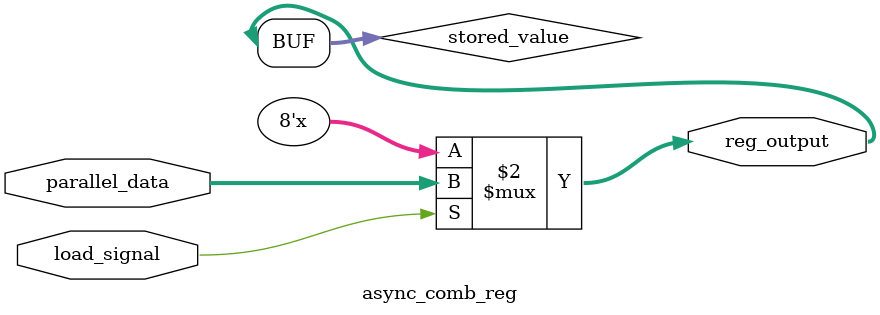
<source format=sv>
module async_comb_reg(
    input [7:0] parallel_data,
    input load_signal,
    output [7:0] reg_output
);
    // 直接使用组合逻辑实现寄存器功能，消除中间寄存器
    reg [7:0] stored_value;

    // 使用非阻塞赋值以避免竞争冒险
    always @(load_signal or parallel_data)
        if (load_signal) stored_value <= parallel_data;
    
    // 直接连接输出
    assign reg_output = stored_value;
endmodule
</source>
